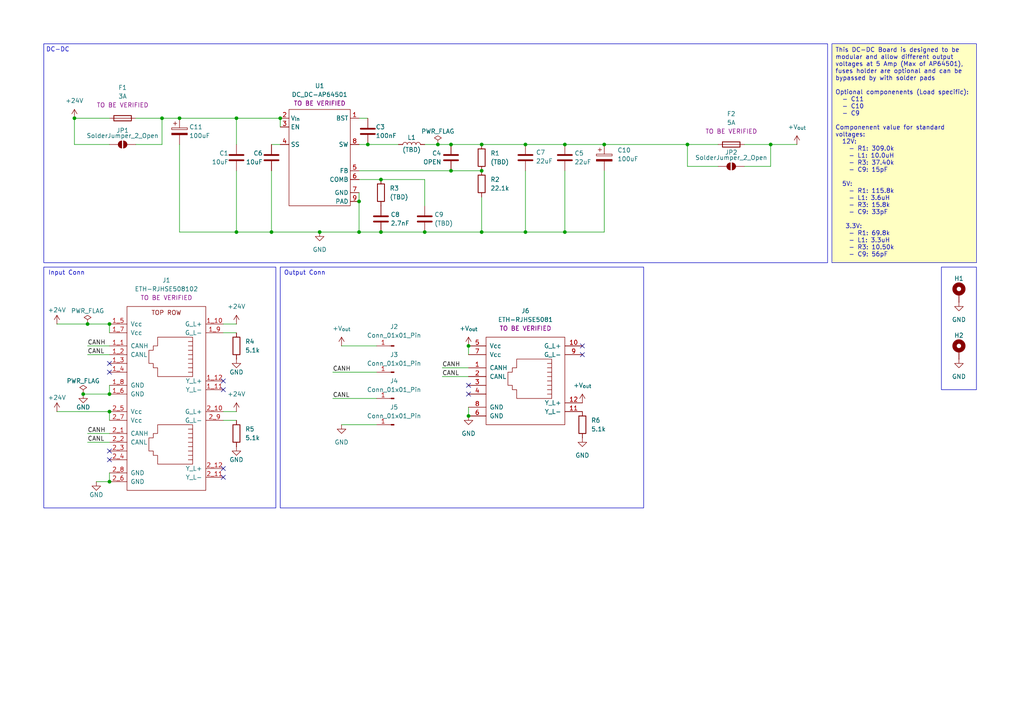
<source format=kicad_sch>
(kicad_sch (version 20231120) (generator "eeschema") (generator_version "8.0")
  (paper "A4")
  (lib_symbols
    (symbol "0_RoverLibrary:DC_DC-AP64501"
      (property "Reference" "U" (at 0 1.016 0))
      (property "Value" "DC_DC-AP64501" (at 0 -0.508 0))
      (property "STATUS" "TO BE VERIFIED" (at 0 -2.286 0))
      (symbol "DC_DC-AP64501_0_1"
        (rectangle (start -8.89 -3.81) (end 8.89 -31.75))
      )
      (symbol "DC_DC-AP64501_1_1"
        (pin passive line (at 11.43 -6.35 180) (length 2.54) (name "BST") (number "1"))
        (pin power_in line (at -11.43 -6.35 0) (length 2.54) (name "V_{in}") (number "2"))
        (pin input line (at -11.43 -8.89 0) (length 2.54) (name "EN") (number "3"))
        (pin passive line (at -11.43 -13.97 0) (length 2.54) (name "SS") (number "4"))
        (pin input line (at 11.43 -21.59 180) (length 2.54) (name "FB") (number "5"))
        (pin passive line (at 11.43 -24.13 180) (length 2.54) (name "COMB") (number "6"))
        (pin power_in line (at 11.43 -27.94 180) (length 2.54) (name "GND") (number "7"))
        (pin power_out line (at 11.43 -13.97 180) (length 2.54) (name "SW") (number "8"))
        (pin power_in line (at 11.43 -30.48 180) (length 2.54) (name "PAD") (number "9"))
      )
    )
    (symbol "0_RoverLibrary:ETH-RJHSE5081" (pin_names (offset 1.016))
      (property "Reference" "J" (at 0 9.144 0))
      (property "Value" "ETH-RJHSE5081" (at 0 6.858 0))
      (property "STATUS" "TO BE VERIFIED" (at 0.254 11.43 0))
      (symbol "ETH-RJHSE5081_0_1"
        (polyline (pts (xy 6.35 -3.81) (xy 7.62 -3.81)))
        (polyline (pts (xy 6.35 -2.54) (xy 7.62 -2.54)))
        (polyline (pts (xy 6.35 -5.08) (xy 7.62 -5.08) (xy 7.62 -5.08)))
        (polyline (pts (xy 7.62 -11.43) (xy 6.35 -11.43) (xy 6.35 -11.43)))
        (polyline (pts (xy 7.62 -10.16) (xy 6.35 -10.16) (xy 6.35 -10.16)))
        (polyline (pts (xy 7.62 -8.89) (xy 6.35 -8.89) (xy 6.35 -8.89)))
        (polyline (pts (xy 7.62 -7.62) (xy 6.35 -7.62) (xy 6.35 -7.62)))
        (polyline (pts (xy 7.62 -6.35) (xy 6.35 -6.35) (xy 6.35 -6.35)))
        (polyline (pts (xy 7.62 -12.7) (xy 7.62 -1.27) (xy -2.54 -1.27) (xy -2.54 -3.81) (xy -3.81 -3.81) (xy -3.81 -5.08) (xy -5.08 -5.08) (xy -5.08 -8.89) (xy -3.81 -8.89) (xy -3.81 -10.16) (xy -2.54 -10.16) (xy -2.54 -12.7) (xy 7.62 -12.7) (xy 7.62 -12.7)))
      )
      (symbol "ETH-RJHSE5081_1_1"
        (rectangle (start -11.43 5.08) (end 11.43 -20.32))
        (pin passive line (at -16.51 -3.81 0) (length 5.08) (name "CANH") (number "1"))
        (pin passive line (at 16.51 2.54 180) (length 5.08) (name "G_L+") (number "10"))
        (pin passive line (at 16.51 -16.51 180) (length 5.08) (name "Y_L-") (number "11"))
        (pin passive line (at 16.51 -13.97 180) (length 5.08) (name "Y_L+") (number "12"))
        (pin passive line (at -16.51 -6.35 0) (length 5.08) (name "CANL") (number "2"))
        (pin passive line (at -16.51 -8.89 0) (length 5.08) (name "~") (number "3"))
        (pin passive line (at -16.51 -11.43 0) (length 5.08) (name "~") (number "4"))
        (pin passive line (at -16.51 2.54 0) (length 5.08) (name "Vcc") (number "5"))
        (pin passive line (at -16.51 -17.78 0) (length 5.08) (name "GND") (number "6"))
        (pin passive line (at -16.51 0 0) (length 5.08) (name "Vcc") (number "7"))
        (pin passive line (at -16.51 -15.24 0) (length 5.08) (name "GND") (number "8"))
        (pin passive line (at 16.51 0 180) (length 5.08) (name "G_L-") (number "9"))
      )
    )
    (symbol "0_RoverLibrary:ETH-RJHSE508102" (pin_names (offset 1.016))
      (property "Reference" "J" (at 0 11.684 0))
      (property "Value" "ETH-RJHSE508102" (at 0 9.398 0))
      (property "STATUS" "TO BE VERIFIED" (at 0.254 13.97 0))
      (symbol "ETH-RJHSE508102_0_1"
        (polyline (pts (xy 6.35 -29.21) (xy 7.62 -29.21)))
        (polyline (pts (xy 6.35 -27.94) (xy 7.62 -27.94)))
        (polyline (pts (xy 6.35 -3.81) (xy 7.62 -3.81)))
        (polyline (pts (xy 6.35 -2.54) (xy 7.62 -2.54)))
        (polyline (pts (xy 6.35 -30.48) (xy 7.62 -30.48) (xy 7.62 -30.48)))
        (polyline (pts (xy 6.35 -5.08) (xy 7.62 -5.08) (xy 7.62 -5.08)))
        (polyline (pts (xy 7.62 -36.83) (xy 6.35 -36.83) (xy 6.35 -36.83)))
        (polyline (pts (xy 7.62 -35.56) (xy 6.35 -35.56) (xy 6.35 -35.56)))
        (polyline (pts (xy 7.62 -34.29) (xy 6.35 -34.29) (xy 6.35 -34.29)))
        (polyline (pts (xy 7.62 -33.02) (xy 6.35 -33.02) (xy 6.35 -33.02)))
        (polyline (pts (xy 7.62 -31.75) (xy 6.35 -31.75) (xy 6.35 -31.75)))
        (polyline (pts (xy 7.62 -11.43) (xy 6.35 -11.43) (xy 6.35 -11.43)))
        (polyline (pts (xy 7.62 -10.16) (xy 6.35 -10.16) (xy 6.35 -10.16)))
        (polyline (pts (xy 7.62 -8.89) (xy 6.35 -8.89) (xy 6.35 -8.89)))
        (polyline (pts (xy 7.62 -7.62) (xy 6.35 -7.62) (xy 6.35 -7.62)))
        (polyline (pts (xy 7.62 -6.35) (xy 6.35 -6.35) (xy 6.35 -6.35)))
        (polyline (pts (xy 7.62 -38.1) (xy 7.62 -26.67) (xy -2.54 -26.67) (xy -2.54 -29.21) (xy -3.81 -29.21) (xy -3.81 -30.48) (xy -5.08 -30.48) (xy -5.08 -34.29) (xy -3.81 -34.29) (xy -3.81 -35.56) (xy -2.54 -35.56) (xy -2.54 -38.1) (xy 7.62 -38.1) (xy 7.62 -38.1)))
        (polyline (pts (xy 7.62 -12.7) (xy 7.62 -1.27) (xy -2.54 -1.27) (xy -2.54 -3.81) (xy -3.81 -3.81) (xy -3.81 -5.08) (xy -5.08 -5.08) (xy -5.08 -8.89) (xy -3.81 -8.89) (xy -3.81 -10.16) (xy -2.54 -10.16) (xy -2.54 -12.7) (xy 7.62 -12.7) (xy 7.62 -12.7)))
      )
      (symbol "ETH-RJHSE508102_1_1"
        (rectangle (start -11.43 7.62) (end 11.43 -45.72))
        (text "TOP ROW" (at 0 5.842 0) (effects (font (size 1.27 1.27))))
        (pin passive line (at -16.51 -3.81 0) (length 5.08) (name "CANH") (number "1_1"))
        (pin passive line (at 16.51 2.54 180) (length 5.08) (name "G_L+") (number "1_10"))
        (pin passive line (at 16.51 -16.51 180) (length 5.08) (name "Y_L-") (number "1_11"))
        (pin passive line (at 16.51 -13.97 180) (length 5.08) (name "Y_L+") (number "1_12"))
        (pin passive line (at -16.51 -6.35 0) (length 5.08) (name "CANL") (number "1_2"))
        (pin passive line (at -16.51 -8.89 0) (length 5.08) (name "~") (number "1_3"))
        (pin passive line (at -16.51 -11.43 0) (length 5.08) (name "~") (number "1_4"))
        (pin passive line (at -16.51 2.54 0) (length 5.08) (name "Vcc") (number "1_5"))
        (pin passive line (at -16.51 -17.78 0) (length 5.08) (name "GND") (number "1_6"))
        (pin passive line (at -16.51 0 0) (length 5.08) (name "Vcc") (number "1_7"))
        (pin passive line (at -16.51 -15.24 0) (length 5.08) (name "GND") (number "1_8"))
        (pin passive line (at 16.51 0 180) (length 5.08) (name "G_L-") (number "1_9"))
        (pin passive line (at -16.51 -29.21 0) (length 5.08) (name "CANH") (number "2_1"))
        (pin passive line (at 16.51 -22.86 180) (length 5.08) (name "G_L+") (number "2_10"))
        (pin passive line (at 16.51 -41.91 180) (length 5.08) (name "Y_L-") (number "2_11"))
        (pin passive line (at 16.51 -39.37 180) (length 5.08) (name "Y_L+") (number "2_12"))
        (pin passive line (at -16.51 -31.75 0) (length 5.08) (name "CANL") (number "2_2"))
        (pin passive line (at -16.51 -34.29 0) (length 5.08) (name "~") (number "2_3"))
        (pin passive line (at -16.51 -36.83 0) (length 5.08) (name "~") (number "2_4"))
        (pin passive line (at -16.51 -22.86 0) (length 5.08) (name "Vcc") (number "2_5"))
        (pin passive line (at -16.51 -43.18 0) (length 5.08) (name "GND") (number "2_6"))
        (pin passive line (at -16.51 -25.4 0) (length 5.08) (name "Vcc") (number "2_7"))
        (pin passive line (at -16.51 -40.64 0) (length 5.08) (name "GND") (number "2_8"))
        (pin passive line (at 16.51 -25.4 180) (length 5.08) (name "G_L-") (number "2_9"))
      )
    )
    (symbol "0_RoverLibrary:FuseHolder-3588-20" (pin_numbers hide) (pin_names (offset 0))
      (property "Reference" "F" (at 2.032 0 90))
      (property "Value" "FuseHolder-3588-20" (at -1.905 0 90))
      (property "STATUS" "TO BE VERIFIED" (at -4.064 -0.254 90))
      (symbol "FuseHolder-3588-20_0_1"
        (rectangle (start -0.762 2.54) (end 0.762 -2.54) (stroke (width 0.254)))
        (polyline (pts (xy 0 2.54) (xy 0 -2.54)))
      )
      (symbol "FuseHolder-3588-20_1_1"
        (pin power_out line (at 0 3.81 270) (length 1.27) (name "~") (number "1"))
        (pin power_in line (at 0 -3.81 90) (length 1.27) (name "~") (number "2"))
      )
    )
    (symbol "0_RoverLibrary:MountingHole_Pad" (pin_numbers hide) (pin_names (offset 1.016) hide) (exclude_from_sim yes) (in_bom no)
      (property "Reference" "H" (at 0 6.35 0))
      (property "Value" "MountingHole_Pad" (at 0 4.445 0))
      (symbol "MountingHole_Pad_0_1"
        (circle (center 0 1.27) (radius 1.27) (stroke (width 1.27)))
      )
      (symbol "MountingHole_Pad_1_1"
        (pin input line (at 0 -2.54 90) (length 2.54) (name "1") (number "1"))
      )
    )
    (symbol "Connector:Conn_01x01_Pin" (pin_names (offset 1.016) hide)
      (property "Reference" "J" (at 0 2.54 0))
      (property "Value" "Conn_01x01_Pin" (at 0 -2.54 0))
      (symbol "Conn_01x01_Pin_1_1"
        (polyline (pts (xy 1.27 0) (xy 0.8636 0)) (stroke (width 0.1524)))
        (rectangle (start 0.8636 0.127) (end 0 -0.127) (stroke (width 0.1524)) (fill (type outline)))
        (pin passive line (at 5.08 0 180) (length 3.81) (name "Pin_1") (number "1"))
      )
    )
    (symbol "Device:C" (pin_numbers hide) (pin_names (offset 0.254))
      (property "Reference" "C" (at 0.635 2.54 0))
      (property "Value" "C" (at 0.635 -2.54 0))
      (symbol "C_0_1"
        (polyline (pts (xy -2.032 -0.762) (xy 2.032 -0.762)) (stroke (width 0.508)))
        (polyline (pts (xy -2.032 0.762) (xy 2.032 0.762)) (stroke (width 0.508)))
      )
      (symbol "C_1_1"
        (pin passive line (at 0 3.81 270) (length 2.794) (name "~") (number "1"))
        (pin passive line (at 0 -3.81 90) (length 2.794) (name "~") (number "2"))
      )
    )
    (symbol "Device:C_Polarized" (pin_numbers hide) (pin_names (offset 0.254))
      (property "Reference" "C" (at 0.635 2.54 0))
      (property "Value" "C_Polarized" (at 0.635 -2.54 0))
      (symbol "C_Polarized_0_1"
        (rectangle (start -2.286 0.508) (end 2.286 1.016))
        (polyline (pts (xy -1.778 2.286) (xy -0.762 2.286)))
        (polyline (pts (xy -1.27 2.794) (xy -1.27 1.778)))
        (rectangle (start 2.286 -0.508) (end -2.286 -1.016) (fill (type outline)))
      )
      (symbol "C_Polarized_1_1"
        (pin passive line (at 0 3.81 270) (length 2.794) (name "~") (number "1"))
        (pin passive line (at 0 -3.81 90) (length 2.794) (name "~") (number "2"))
      )
    )
    (symbol "Device:L" (pin_numbers hide) (pin_names (offset 1.016) hide)
      (property "Reference" "L" (at -1.27 0 90))
      (property "Value" "L" (at 1.905 0 90))
      (symbol "L_0_1"
        (arc (start 0 -2.54) (mid 0.6323 -1.905) (end 0 -1.27))
        (arc (start 0 -1.27) (mid 0.6323 -0.635) (end 0 0))
        (arc (start 0 0) (mid 0.6323 0.635) (end 0 1.27))
        (arc (start 0 1.27) (mid 0.6323 1.905) (end 0 2.54))
      )
      (symbol "L_1_1"
        (pin passive line (at 0 3.81 270) (length 1.27) (name "1") (number "1"))
        (pin passive line (at 0 -3.81 90) (length 1.27) (name "2") (number "2"))
      )
    )
    (symbol "Device:R" (pin_numbers hide) (pin_names (offset 0))
      (property "Reference" "R" (at 2.032 0 90))
      (property "Value" "R" (at 0 0 90))
      (symbol "R_0_1"
        (rectangle (start -1.016 -2.54) (end 1.016 2.54) (stroke (width 0.254)))
      )
      (symbol "R_1_1"
        (pin passive line (at 0 3.81 270) (length 1.27) (name "~") (number "1"))
        (pin passive line (at 0 -3.81 90) (length 1.27) (name "~") (number "2"))
      )
    )
    (symbol "Jumper:SolderJumper_2_Open" (pin_numbers hide) (pin_names (offset 0) hide) (exclude_from_sim yes) (in_bom no)
      (property "Reference" "JP" (at 0 2.032 0))
      (property "Value" "SolderJumper_2_Open" (at 0 -2.54 0))
      (symbol "SolderJumper_2_Open_0_1"
        (arc (start -0.254 1.016) (mid -1.2656 0) (end -0.254 -1.016))
        (arc (start -0.254 1.016) (mid -1.2656 0) (end -0.254 -1.016) (fill (type outline)))
        (polyline (pts (xy -0.254 1.016) (xy -0.254 -1.016)))
        (polyline (pts (xy 0.254 1.016) (xy 0.254 -1.016)))
        (arc (start 0.254 -1.016) (mid 1.2656 0) (end 0.254 1.016))
        (arc (start 0.254 -1.016) (mid 1.2656 0) (end 0.254 1.016) (fill (type outline)))
      )
      (symbol "SolderJumper_2_Open_1_1"
        (pin passive line (at -3.81 0 0) (length 2.54) (name "A") (number "1"))
        (pin passive line (at 3.81 0 180) (length 2.54) (name "B") (number "2"))
      )
    )
    (symbol "power:+24V" (power) (pin_numbers hide) (pin_names (offset 0) hide)
      (property "Value" "+24V" (at 0 3.556 0))
      (symbol "+24V_0_1"
        (polyline (pts (xy -0.762 1.27) (xy 0 2.54)))
        (polyline (pts (xy 0 0) (xy 0 2.54)))
        (polyline (pts (xy 0 2.54) (xy 0.762 1.27)))
      )
      (symbol "+24V_1_1"
        (pin power_in line (at 0 0 90) (length 0) (name "~") (number "1"))
      )
    )
    (symbol "power:+5V" (power) (pin_numbers hide) (pin_names (offset 0) hide)
      (property "Value" "+5V" (at 0 3.556 0))
      (symbol "+5V_0_1"
        (polyline (pts (xy -0.762 1.27) (xy 0 2.54)))
        (polyline (pts (xy 0 0) (xy 0 2.54)))
        (polyline (pts (xy 0 2.54) (xy 0.762 1.27)))
      )
      (symbol "+5V_1_1"
        (pin power_in line (at 0 0 90) (length 0) (name "~") (number "1"))
      )
    )
    (symbol "power:GND" (power) (pin_numbers hide) (pin_names (offset 0) hide)
      (property "Value" "GND" (at 0 -3.81 0))
      (symbol "GND_0_1"
        (polyline (pts (xy 0 0) (xy 0 -1.27) (xy 1.27 -1.27) (xy 0 -2.54) (xy -1.27 -1.27) (xy 0 -1.27)))
      )
      (symbol "GND_1_1"
        (pin power_in line (at 0 0 270) (length 0) (name "~") (number "1"))
      )
    )
    (symbol "power:PWR_FLAG" (power) (pin_numbers hide) (pin_names (offset 0) hide)
      (property "Value" "PWR_FLAG" (at 0 3.81 0))
      (symbol "PWR_FLAG_0_0"
        (pin power_out line (at 0 0 90) (length 0) (name "~") (number "1"))
      )
      (symbol "PWR_FLAG_0_1"
        (polyline (pts (xy 0 0) (xy 0 1.27) (xy -1.016 1.905) (xy 0 2.54) (xy 1.016 1.905) (xy 0 1.27)))
      )
    )
  )
  (junction (at 135.89 100.33))
  (junction (at 78.74 67.31))
  (junction (at 163.83 41.91))
  (junction (at 139.7 41.91))
  (junction (at 31.75 119.38))
  (junction (at 123.19 67.31))
  (junction (at 46.99 34.29))
  (junction (at 68.58 34.29))
  (junction (at 199.39 41.91))
  (junction (at 135.89 120.65))
  (junction (at 31.75 114.3))
  (junction (at 68.58 67.31))
  (junction (at 223.52 41.91))
  (junction (at 104.14 67.31))
  (junction (at 127 41.91))
  (junction (at 163.83 67.31))
  (junction (at 175.26 41.91))
  (junction (at 31.75 139.7))
  (junction (at 24.13 114.3))
  (junction (at 31.75 93.98))
  (junction (at 25.4 93.98))
  (junction (at 130.81 49.53))
  (junction (at 110.49 67.31))
  (junction (at 139.7 49.53))
  (junction (at 21.59 34.29))
  (junction (at 130.81 41.91))
  (junction (at 139.7 67.31))
  (junction (at 106.68 41.91))
  (junction (at 110.49 52.07))
  (junction (at 52.07 34.29))
  (junction (at 152.4 67.31))
  (junction (at 92.71 67.31))
  (junction (at 104.14 58.42))
  (junction (at 152.4 41.91))
  (junction (at 81.28 34.29))
  (no_connect (at 31.75 105.41))
  (no_connect (at 31.75 133.35))
  (no_connect (at 31.75 107.95))
  (no_connect (at 168.91 102.87))
  (no_connect (at 168.91 100.33))
  (no_connect (at 64.77 138.43))
  (no_connect (at 64.77 113.03))
  (no_connect (at 64.77 135.89))
  (no_connect (at 135.89 111.76))
  (no_connect (at 31.75 130.81))
  (no_connect (at 64.77 110.49))
  (no_connect (at 135.89 114.3))
  (wire (pts (xy 25.4 102.87) (xy 31.75 102.87)))
  (wire (pts (xy 123.19 67.31) (xy 110.49 67.31)))
  (wire (pts (xy 96.52 115.57) (xy 109.22 115.57)))
  (wire (pts (xy 31.75 111.76) (xy 31.75 114.3)))
  (wire (pts (xy 223.52 48.26) (xy 223.52 41.91)))
  (wire (pts (xy 130.81 41.91) (xy 139.7 41.91)))
  (wire (pts (xy 78.74 41.91) (xy 81.28 41.91)))
  (wire (pts (xy 78.74 67.31) (xy 78.74 49.53)))
  (wire (pts (xy 175.26 49.53) (xy 175.26 67.31)))
  (wire (pts (xy 215.9 48.26) (xy 223.52 48.26)))
  (wire (pts (xy 16.51 119.38) (xy 31.75 119.38)))
  (wire (pts (xy 21.59 34.29) (xy 31.75 34.29)))
  (wire (pts (xy 68.58 119.38) (xy 64.77 119.38)))
  (wire (pts (xy 25.4 125.73) (xy 31.75 125.73)))
  (wire (pts (xy 39.37 41.91) (xy 46.99 41.91)))
  (wire (pts (xy 46.99 34.29) (xy 52.07 34.29)))
  (wire (pts (xy 223.52 41.91) (xy 231.14 41.91)))
  (wire (pts (xy 92.71 67.31) (xy 104.14 67.31)))
  (wire (pts (xy 199.39 41.91) (xy 208.28 41.91)))
  (wire (pts (xy 68.58 93.98) (xy 64.77 93.98)))
  (wire (pts (xy 25.4 100.33) (xy 31.75 100.33)))
  (wire (pts (xy 99.06 100.33) (xy 109.22 100.33)))
  (wire (pts (xy 21.59 41.91) (xy 21.59 34.29)))
  (wire (pts (xy 139.7 41.91) (xy 152.4 41.91)))
  (wire (pts (xy 24.13 114.3) (xy 31.75 114.3)))
  (wire (pts (xy 104.14 55.88) (xy 104.14 58.42)))
  (wire (pts (xy 127 41.91) (xy 123.19 41.91)))
  (wire (pts (xy 27.94 139.7) (xy 31.75 139.7)))
  (wire (pts (xy 123.19 59.69) (xy 123.19 52.07)))
  (wire (pts (xy 81.28 34.29) (xy 81.28 36.83)))
  (wire (pts (xy 152.4 67.31) (xy 139.7 67.31)))
  (wire (pts (xy 123.19 52.07) (xy 110.49 52.07)))
  (wire (pts (xy 25.4 93.98) (xy 31.75 93.98)))
  (wire (pts (xy 175.26 41.91) (xy 199.39 41.91)))
  (wire (pts (xy 68.58 41.91) (xy 68.58 34.29)))
  (wire (pts (xy 16.51 93.98) (xy 25.4 93.98)))
  (wire (pts (xy 52.07 67.31) (xy 68.58 67.31)))
  (wire (pts (xy 130.81 41.91) (xy 127 41.91)))
  (wire (pts (xy 104.14 67.31) (xy 110.49 67.31)))
  (wire (pts (xy 128.27 109.22) (xy 135.89 109.22)))
  (wire (pts (xy 163.83 41.91) (xy 175.26 41.91)))
  (wire (pts (xy 163.83 67.31) (xy 163.83 49.53)))
  (wire (pts (xy 78.74 67.31) (xy 92.71 67.31)))
  (wire (pts (xy 135.89 100.33) (xy 135.89 102.87)))
  (wire (pts (xy 135.89 118.11) (xy 135.89 120.65)))
  (wire (pts (xy 68.58 96.52) (xy 64.77 96.52)))
  (wire (pts (xy 104.14 34.29) (xy 106.68 34.29)))
  (wire (pts (xy 99.06 123.19) (xy 109.22 123.19)))
  (wire (pts (xy 31.75 137.16) (xy 31.75 139.7)))
  (wire (pts (xy 152.4 67.31) (xy 163.83 67.31)))
  (wire (pts (xy 215.9 41.91) (xy 223.52 41.91)))
  (wire (pts (xy 31.75 93.98) (xy 31.75 96.52)))
  (wire (pts (xy 104.14 41.91) (xy 106.68 41.91)))
  (wire (pts (xy 31.75 119.38) (xy 31.75 121.92)))
  (wire (pts (xy 52.07 41.91) (xy 52.07 67.31)))
  (wire (pts (xy 104.14 58.42) (xy 104.14 67.31)))
  (wire (pts (xy 208.28 48.26) (xy 199.39 48.26)))
  (wire (pts (xy 96.52 107.95) (xy 109.22 107.95)))
  (wire (pts (xy 68.58 34.29) (xy 81.28 34.29)))
  (wire (pts (xy 139.7 57.15) (xy 139.7 67.31)))
  (wire (pts (xy 106.68 41.91) (xy 115.57 41.91)))
  (wire (pts (xy 152.4 41.91) (xy 163.83 41.91)))
  (wire (pts (xy 163.83 67.31) (xy 175.26 67.31)))
  (wire (pts (xy 130.81 49.53) (xy 139.7 49.53)))
  (wire (pts (xy 139.7 67.31) (xy 123.19 67.31)))
  (wire (pts (xy 46.99 41.91) (xy 46.99 34.29)))
  (wire (pts (xy 25.4 128.27) (xy 31.75 128.27)))
  (wire (pts (xy 31.75 41.91) (xy 21.59 41.91)))
  (wire (pts (xy 199.39 48.26) (xy 199.39 41.91)))
  (wire (pts (xy 39.37 34.29) (xy 46.99 34.29)))
  (wire (pts (xy 68.58 49.53) (xy 68.58 67.31)))
  (wire (pts (xy 152.4 49.53) (xy 152.4 67.31)))
  (wire (pts (xy 128.27 106.68) (xy 135.89 106.68)))
  (wire (pts (xy 52.07 34.29) (xy 68.58 34.29)))
  (wire (pts (xy 104.14 49.53) (xy 130.81 49.53)))
  (wire (pts (xy 104.14 52.07) (xy 110.49 52.07)))
  (wire (pts (xy 68.58 121.92) (xy 64.77 121.92)))
  (wire (pts (xy 68.58 67.31) (xy 78.74 67.31)))
  (rectangle (start 12.7 77.47) (end 80.01 147.32))
  (rectangle (start 12.7 12.7) (end 240.03 76.2))
  (rectangle (start 81.28 77.47) (end 186.69 147.32))
  (rectangle (start 273.05 77.47) (end 283.21 113.03))
  (text_box "This DC-DC Board is designed to be modular and allow different output voltages at 5 Amp (Max of AP64501), fuses holder are optional and can be bypassed by with solder pads\n\nOptional componenents (Load specific):\n  - C11\n  - C10\n  - C9\n\nComponenent value for standard voltages:\n  12V:\n    - R1: 309.0k\n    - L1: 10.0uH\n    - R3: 37.40k\n    - C9: 15pF\n\n  5V:\n    - R1: 115.8k\n    - L1: 3.6uH\n    - R3: 15.8k\n    - C9: 33pF\n\n   3.3V:\n    - R1: 69.8k\n    - L1: 3.3uH\n    - R3: 10.50k\n    - C9: 56pF" (at 241.3 12.7 0) (size 41.91 63.5) (fill (type color) (color 255 255 194 1)) (effects (font (size 1.27 1.27)) (justify left top)))
  (text "Input Conn" (at 19.304 79.248 0) (effects (font (size 1.27 1.27))))
  (text "DC-DC" (at 16.764 14.478 0) (effects (font (size 1.27 1.27))))
  (text "Output Conn" (at 88.392 79.248 0) (effects (font (size 1.27 1.27))))
  (label "CANH" (at 96.52 107.95 0))
  (label "CANH" (at 25.4 100.33 0))
  (label "CANL" (at 25.4 102.87 0))
  (label "CANH" (at 128.27 106.68 0))
  (label "CANL" (at 128.27 109.22 0))
  (label "CANH" (at 25.4 125.73 0))
  (label "CANL" (at 25.4 128.27 0))
  (label "CANL" (at 96.52 115.57 0))
  (symbol (lib_id "Device:C") (at 123.19 63.5 180) (unit 1)
    (property "Reference" "C9" (at 125.984 62.23 0) (effects (justify right)))
    (property "Value" "(TBD)" (at 125.984 64.77 0) (effects (justify right)))
    (property "Footprint" "Capacitor_SMD:C_0805_2012Metric_Pad1.18x1.45mm_HandSolder" (effects (hide yes)))
    (property "Datasheet" "C9" (effects (hide yes)))
    (property "Description" "Unpolarized capacitor" (effects (hide yes)))
  )
  (symbol (lib_id "power:+24V") (at 68.58 119.38 0) (unit 1)
    (property "Reference" "#PWR015" (effects (hide yes)))
    (property "Value" "+24V" (at 68.58 114.3 0))
    (property "Description" "Power symbol creates a global label with name \"+24V\"" (effects (hide yes)))
  )
  (symbol (lib_id "Device:R") (at 68.58 125.73 180) (unit 1)
    (property "Reference" "R5" (at 71.12 124.4599 0) (effects (justify right)))
    (property "Value" "5.1k" (at 71.12 126.9999 0) (effects (justify right)))
    (property "Footprint" "Resistor_SMD:R_0805_2012Metric_Pad1.20x1.40mm_HandSolder" (effects (hide yes)))
    (property "Description" "Resistor" (effects (hide yes)))
  )
  (symbol (lib_id "power:GND") (at 27.94 139.7 0) (unit 1)
    (property "Reference" "#PWR012" (effects (hide yes)))
    (property "Value" "GND" (at 27.94 143.51 0))
    (property "Description" "Power symbol creates a global label with name \"GND\" , ground" (effects (hide yes)))
  )
  (symbol (lib_id "power:GND") (at 168.91 127 0) (unit 1)
    (property "Reference" "#PWR04" (effects (hide yes)))
    (property "Value" "GND" (at 168.91 132.08 0))
    (property "Description" "Power symbol creates a global label with name \"GND\" , ground" (effects (hide yes)))
  )
  (symbol (lib_id "Device:R") (at 110.49 55.88 0) (unit 1)
    (property "Reference" "R3" (at 113.03 54.6099 0) (effects (justify left)))
    (property "Value" "(TBD)" (at 113.03 57.1499 0) (effects (justify left)))
    (property "Footprint" "Resistor_SMD:R_0805_2012Metric" (effects (hide yes)))
    (property "Datasheet" "R3" (effects (hide yes)))
    (property "Description" "Resistor" (effects (hide yes)))
  )
  (symbol (lib_id "power:+24V") (at 21.59 34.29 0) (unit 1)
    (property "Reference" "#PWR01" (effects (hide yes)))
    (property "Value" "+24V" (at 21.59 29.21 0))
    (property "Description" "Power symbol creates a global label with name \"+24V\"" (effects (hide yes)))
  )
  (symbol (lib_id "Device:C") (at 110.49 63.5 180) (unit 1)
    (property "Reference" "C8" (at 113.284 62.23 0) (effects (justify right)))
    (property "Value" "2.7nF" (at 113.284 64.77 0) (effects (justify right)))
    (property "Footprint" "Capacitor_SMD:C_0805_2012Metric_Pad1.18x1.45mm_HandSolder" (effects (hide yes)))
    (property "Description" "Unpolarized capacitor" (effects (hide yes)))
  )
  (symbol (lib_id "0_RoverLibrary:FuseHolder-3588-20") (at 212.09 41.91 270) (mirror x) (unit 1)
    (property "Reference" "F2" (at 212.09 33.02 90))
    (property "Value" "5A" (at 212.09 35.56 90))
    (property "Footprint" "RoverFootprint:FuseHolder-3588-20" (effects (hide yes)))
    (property "Description" "FuseHolder SMD 20A Max" (effects (hide yes)))
    (property "STATUS" "TO BE VERIFIED" (at 212.09 38.1 90))
  )
  (symbol (lib_id "Device:R") (at 168.91 123.19 0) (unit 1)
    (property "Reference" "R6" (at 171.45 121.9199 0) (effects (justify left)))
    (property "Value" "5.1k" (at 171.45 124.4599 0) (effects (justify left)))
    (property "Footprint" "Resistor_SMD:R_0805_2012Metric_Pad1.20x1.40mm_HandSolder" (effects (hide yes)))
    (property "Description" "Resistor" (effects (hide yes)))
  )
  (symbol (lib_id "Connector:Conn_01x01_Pin") (at 114.3 115.57 0) (mirror y) (unit 1) (in_bom no)
    (property "Reference" "J4" (at 114.3 110.49 0))
    (property "Value" "Conn_01x01_Pin" (at 114.3 113.03 0))
    (property "Footprint" "RoverFootprint:Pad_SMD_1x3mm" (effects (hide yes)))
    (property "Description" "Generic connector, single row, 01x01, script generated" (effects (hide yes)))
  )
  (symbol (lib_id "Device:C") (at 152.4 45.72 180) (unit 1)
    (property "Reference" "C7" (at 155.448 44.196 0) (effects (justify right)))
    (property "Value" "22uF" (at 155.448 46.736 0) (effects (justify right)))
    (property "Footprint" "Capacitor_SMD:C_1210_3225Metric_Pad1.33x2.70mm_HandSolder" (effects (hide yes)))
    (property "Description" "Unpolarized capacitor" (effects (hide yes)))
  )
  (symbol (lib_id "power:+5V") (at 231.14 41.91 0) (unit 1)
    (property "Reference" "#PWR08" (effects (hide yes)))
    (property "Value" "+V_{out}" (at 231.14 36.83 0))
    (property "Description" "Power symbol creates a global label with name \"+5V\"" (effects (hide yes)))
  )
  (symbol (lib_id "power:PWR_FLAG") (at 127 41.91 0) (unit 1)
    (property "Reference" "#FLG03" (effects (hide yes)))
    (property "Value" "PWR_FLAG" (at 127 38.1 0))
    (property "Description" "Special symbol for telling ERC where power comes from" (effects (hide yes)))
  )
  (symbol (lib_id "Device:R") (at 68.58 100.33 180) (unit 1)
    (property "Reference" "R4" (at 71.12 99.0599 0) (effects (justify right)))
    (property "Value" "5.1k" (at 71.12 101.5999 0) (effects (justify right)))
    (property "Footprint" "Resistor_SMD:R_0805_2012Metric_Pad1.20x1.40mm_HandSolder" (effects (hide yes)))
    (property "Description" "Resistor" (effects (hide yes)))
  )
  (symbol (lib_id "Device:R") (at 139.7 45.72 0) (unit 1)
    (property "Reference" "R1" (at 142.24 44.4499 0) (effects (justify left)))
    (property "Value" "(TBD)" (at 142.24 46.9899 0) (effects (justify left)))
    (property "Footprint" "Resistor_SMD:R_0805_2012Metric" (effects (hide yes)))
    (property "Datasheet" "R1" (effects (hide yes)))
    (property "Description" "Resistor" (effects (hide yes)))
  )
  (symbol (lib_id "Device:C") (at 68.58 45.72 0) (mirror x) (unit 1)
    (property "Reference" "C1" (at 66.294 44.45 0) (effects (justify right)))
    (property "Value" "10uF" (at 66.294 46.99 0) (effects (justify right)))
    (property "Footprint" "Capacitor_SMD:C_1210_3225Metric_Pad1.33x2.70mm_HandSolder" (effects (hide yes)))
    (property "Description" "Unpolarized capacitor" (effects (hide yes)))
  )
  (symbol (lib_id "power:GND") (at 92.71 67.31 0) (unit 1)
    (property "Reference" "#PWR06" (effects (hide yes)))
    (property "Value" "GND" (at 92.71 72.39 0))
    (property "Description" "Power symbol creates a global label with name \"GND\" , ground" (effects (hide yes)))
  )
  (symbol (lib_id "0_RoverLibrary:DC_DC-AP64501") (at 92.71 27.94 0) (unit 1)
    (property "Reference" "U1" (at 92.71 24.892 0))
    (property "Value" "DC_DC-AP64501" (at 92.71 27.432 0))
    (property "Footprint" "Package_SO:SOIC-8-1EP_3.9x4.9mm_P1.27mm_EP2.29x3mm" (effects (hide yes)))
    (property "Datasheet" "https://www.diodes.com/assets/Datasheets/AP64501.pdf" (effects (hide yes)))
    (property "Description" "DC-DC 3.8V-40V 5A | Adj" (effects (hide yes)))
    (property "STATUS" "TO BE VERIFIED" (at 92.71 29.972 0))
    (property "Digikey" "https://www.digikey.ca/en/products/detail/diodes-incorporated/AP64501SP-13/10419715" (effects (hide yes)))
  )
  (symbol (lib_id "Device:C") (at 106.68 38.1 180) (unit 1)
    (property "Reference" "C3" (at 108.966 36.83 0) (effects (justify right)))
    (property "Value" "100nF" (at 108.966 39.37 0) (effects (justify right)))
    (property "Footprint" "Capacitor_SMD:C_0805_2012Metric_Pad1.18x1.45mm_HandSolder" (effects (hide yes)))
    (property "Description" "Unpolarized capacitor" (effects (hide yes)))
  )
  (symbol (lib_id "power:GND") (at 24.13 114.3 0) (unit 1)
    (property "Reference" "#PWR010" (effects (hide yes)))
    (property "Value" "GND" (at 24.13 118.11 0))
    (property "Description" "Power symbol creates a global label with name \"GND\" , ground" (effects (hide yes)))
  )
  (symbol (lib_id "power:+5V") (at 135.89 100.33 0) (unit 1)
    (property "Reference" "#PWR05" (effects (hide yes)))
    (property "Value" "+V_{out}" (at 135.89 95.25 0))
    (property "Description" "Power symbol creates a global label with name \"+5V\"" (effects (hide yes)))
  )
  (symbol (lib_id "0_RoverLibrary:FuseHolder-3588-20") (at 35.56 34.29 270) (mirror x) (unit 1)
    (property "Reference" "F1" (at 35.56 25.4 90))
    (property "Value" "3A" (at 35.56 27.94 90))
    (property "Footprint" "RoverFootprint:FuseHolder-3588-20" (effects (hide yes)))
    (property "Description" "FuseHolder SMD 20A Max" (effects (hide yes)))
    (property "STATUS" "TO BE VERIFIED" (at 35.56 30.48 90))
  )
  (symbol (lib_id "power:GND") (at 68.58 129.54 0) (unit 1)
    (property "Reference" "#PWR016" (effects (hide yes)))
    (property "Value" "GND" (at 68.58 133.35 0))
    (property "Description" "Power symbol creates a global label with name \"GND\" , ground" (effects (hide yes)))
  )
  (symbol (lib_id "Device:C") (at 163.83 45.72 180) (unit 1)
    (property "Reference" "C5" (at 166.624 44.45 0) (effects (justify right)))
    (property "Value" "22uF" (at 166.624 46.99 0) (effects (justify right)))
    (property "Footprint" "Capacitor_SMD:C_1210_3225Metric_Pad1.33x2.70mm_HandSolder" (effects (hide yes)))
    (property "Description" "Unpolarized capacitor" (effects (hide yes)))
  )
  (symbol (lib_id "power:+24V") (at 16.51 119.38 0) (unit 1)
    (property "Reference" "#PWR011" (effects (hide yes)))
    (property "Value" "+24V" (at 16.51 115.316 0))
    (property "Description" "Power symbol creates a global label with name \"+24V\"" (effects (hide yes)))
  )
  (symbol (lib_id "Connector:Conn_01x01_Pin") (at 114.3 107.95 0) (mirror y) (unit 1) (in_bom no)
    (property "Reference" "J3" (at 114.3 102.87 0))
    (property "Value" "Conn_01x01_Pin" (at 114.3 105.41 0))
    (property "Footprint" "RoverFootprint:Pad_SMD_1x3mm" (effects (hide yes)))
    (property "Description" "Generic connector, single row, 01x01, script generated" (effects (hide yes)))
  )
  (symbol (lib_id "power:GND") (at 135.89 120.65 0) (unit 1)
    (property "Reference" "#PWR03" (effects (hide yes)))
    (property "Value" "GND" (at 135.89 125.73 0))
    (property "Description" "Power symbol creates a global label with name \"GND\" , ground" (effects (hide yes)))
  )
  (symbol (lib_id "power:+5V") (at 99.06 100.33 0) (unit 1)
    (property "Reference" "#PWR07" (effects (hide yes)))
    (property "Value" "+V_{out}" (at 99.06 95.25 0))
    (property "Description" "Power symbol creates a global label with name \"+5V\"" (effects (hide yes)))
  )
  (symbol (lib_id "Device:C_Polarized") (at 52.07 38.1 0) (unit 1)
    (property "Reference" "C11" (at 54.864 36.83 0) (effects (justify left)))
    (property "Value" "100uF" (at 54.864 39.37 0) (effects (justify left)))
    (property "Footprint" "Capacitor_SMD:CP_Elec_6.3x7.7" (effects (hide yes)))
    (property "Description" "Polarized capacitor" (effects (hide yes)))
  )
  (symbol (lib_id "Device:C") (at 130.81 45.72 0) (mirror x) (unit 1)
    (property "Reference" "C4" (at 128.016 44.45 0) (effects (justify right)))
    (property "Value" "OPEN" (at 128.016 46.99 0) (effects (justify right)))
    (property "Footprint" "Capacitor_SMD:C_0805_2012Metric_Pad1.18x1.45mm_HandSolder" (effects (hide yes)))
    (property "Description" "Unpolarized capacitor" (effects (hide yes)))
  )
  (symbol (lib_id "Jumper:SolderJumper_2_Open") (at 212.09 48.26 0) (unit 1) (exclude_from_sim yes) (in_bom no)
    (property "Reference" "JP2" (at 212.09 44.196 0))
    (property "Value" "SolderJumper_2_Open" (at 212.09 45.72 0))
    (property "Footprint" "Jumper:SolderJumper-2_P1.3mm_Open_TrianglePad1.0x1.5mm" (effects (hide yes)))
    (property "Description" "Solder Jumper, 2-pole, open" (effects (hide yes)))
  )
  (symbol (lib_id "Device:C") (at 78.74 45.72 0) (mirror x) (unit 1)
    (property "Reference" "C6" (at 76.2 44.45 0) (effects (justify right)))
    (property "Value" "10uF" (at 76.2 46.99 0) (effects (justify right)))
    (property "Footprint" "Capacitor_SMD:C_1210_3225Metric_Pad1.33x2.70mm_HandSolder" (effects (hide yes)))
    (property "Description" "Unpolarized capacitor" (effects (hide yes)))
  )
  (symbol (lib_id "power:GND") (at 99.06 123.19 0) (unit 1)
    (property "Reference" "#PWR018" (effects (hide yes)))
    (property "Value" "GND" (at 99.06 128.27 0))
    (property "Description" "Power symbol creates a global label with name \"GND\" , ground" (effects (hide yes)))
  )
  (symbol (lib_id "0_RoverLibrary:MountingHole_Pad") (at 278.13 101.6 0) (unit 1) (exclude_from_sim yes) (in_bom no)
    (property "Reference" "H2" (at 278.13 97.282 0))
    (property "Value" "MountingHole_Pad" (effects (hide yes)))
    (property "Footprint" "MountingHole:MountingHole_3.2mm_M3_DIN965_Pad_TopBottom" (effects (hide yes)))
    (property "Description" "Mounting Hole with connection" (effects (hide yes)))
  )
  (symbol (lib_id "Connector:Conn_01x01_Pin") (at 114.3 123.19 0) (mirror y) (unit 1) (in_bom no)
    (property "Reference" "J5" (at 114.3 118.11 0))
    (property "Value" "Conn_01x01_Pin" (at 114.3 120.65 0))
    (property "Footprint" "RoverFootprint:Pad_SMD_1x3mm" (effects (hide yes)))
    (property "Description" "Generic connector, single row, 01x01, script generated" (effects (hide yes)))
  )
  (symbol (lib_id "0_RoverLibrary:MountingHole_Pad") (at 278.13 85.09 0) (unit 1) (exclude_from_sim yes) (in_bom no)
    (property "Reference" "H1" (at 278.13 80.772 0))
    (property "Value" "MountingHole_Pad" (effects (hide yes)))
    (property "Footprint" "MountingHole:MountingHole_3.2mm_M3_DIN965_Pad_TopBottom" (effects (hide yes)))
    (property "Description" "Mounting Hole with connection" (effects (hide yes)))
  )
  (symbol (lib_id "0_RoverLibrary:ETH-RJHSE508102") (at 48.26 96.52 0) (unit 1)
    (property "Reference" "J1" (at 48.26 81.28 0))
    (property "Value" "ETH-RJHSE508102" (at 48.26 83.82 0))
    (property "Footprint" "RoverFootprint:ETH-RJHSE508102" (effects (hide yes)))
    (property "Description" "RJ connector, 8P8C (8 positions 8 connected), RJ31/RJ32/RJ33/RJ34/RJ35/RJ41/RJ45/RJ49/RJ61" (effects (hide yes)))
    (property "STATUS" "TO BE VERIFIED" (at 48.26 86.36 0))
  )
  (symbol (lib_id "power:PWR_FLAG") (at 25.4 93.98 0) (unit 1)
    (property "Reference" "#FLG01" (effects (hide yes)))
    (property "Value" "PWR_FLAG" (at 25.4 90.17 0))
    (property "Description" "Special symbol for telling ERC where power comes from" (effects (hide yes)))
  )
  (symbol (lib_id "power:+24V") (at 68.58 93.98 0) (unit 1)
    (property "Reference" "#PWR013" (effects (hide yes)))
    (property "Value" "+24V" (at 68.58 88.9 0))
    (property "Description" "Power symbol creates a global label with name \"+24V\"" (effects (hide yes)))
  )
  (symbol (lib_id "power:PWR_FLAG") (at 24.13 114.3 0) (unit 1)
    (property "Reference" "#FLG02" (effects (hide yes)))
    (property "Value" "PWR_FLAG" (at 24.13 110.49 0))
    (property "Description" "Special symbol for telling ERC where power comes from" (effects (hide yes)))
  )
  (symbol (lib_id "Device:C_Polarized") (at 175.26 45.72 0) (unit 1)
    (property "Reference" "C10" (at 179.07 43.5609 0) (effects (justify left)))
    (property "Value" "100uF" (at 179.07 46.1009 0) (effects (justify left)))
    (property "Footprint" "Capacitor_SMD:CP_Elec_6.3x7.7" (effects (hide yes)))
    (property "Description" "Polarized capacitor" (effects (hide yes)))
  )
  (symbol (lib_id "power:GND") (at 278.13 104.14 0) (unit 1)
    (property "Reference" "#PWR019" (effects (hide yes)))
    (property "Value" "GND" (at 278.13 109.22 0))
    (property "Description" "Power symbol creates a global label with name \"GND\" , ground" (effects (hide yes)))
  )
  (symbol (lib_id "Jumper:SolderJumper_2_Open") (at 35.56 41.91 0) (unit 1) (exclude_from_sim yes) (in_bom no)
    (property "Reference" "JP1" (at 35.56 37.846 0))
    (property "Value" "SolderJumper_2_Open" (at 35.56 39.37 0))
    (property "Footprint" "Jumper:SolderJumper-2_P1.3mm_Open_TrianglePad1.0x1.5mm" (effects (hide yes)))
    (property "Description" "Solder Jumper, 2-pole, open" (effects (hide yes)))
  )
  (symbol (lib_id "power:+5V") (at 168.91 116.84 0) (unit 1)
    (property "Reference" "#PWR02" (effects (hide yes)))
    (property "Value" "+V_{out}" (at 168.91 111.76 0))
    (property "Description" "Power symbol creates a global label with name \"+5V\"" (effects (hide yes)))
  )
  (symbol (lib_id "Device:R") (at 139.7 53.34 0) (unit 1)
    (property "Reference" "R2" (at 142.24 52.0699 0) (effects (justify left)))
    (property "Value" "22.1k" (at 142.24 54.6099 0) (effects (justify left)))
    (property "Footprint" "Resistor_SMD:R_0805_2012Metric" (effects (hide yes)))
    (property "Description" "Resistor" (effects (hide yes)))
  )
  (symbol (lib_id "0_RoverLibrary:ETH-RJHSE5081") (at 152.4 102.87 0) (unit 1)
    (property "Reference" "J6" (at 152.4 90.17 0))
    (property "Value" "ETH-RJHSE5081" (at 152.4 92.71 0))
    (property "Footprint" "RoverFootprint:ETH-RJHSE5081" (effects (hide yes)))
    (property "Description" "RJ connector, 8P8C (8 positions 8 connected), RJ31/RJ32/RJ33/RJ34/RJ35/RJ41/RJ45/RJ49/RJ61" (effects (hide yes)))
    (property "STATUS" "TO BE VERIFIED" (at 152.4 95.25 0))
  )
  (symbol (lib_id "power:GND") (at 278.13 87.63 0) (unit 1)
    (property "Reference" "#PWR017" (effects (hide yes)))
    (property "Value" "GND" (at 278.13 92.71 0))
    (property "Description" "Power symbol creates a global label with name \"GND\" , ground" (effects (hide yes)))
  )
  (symbol (lib_id "power:+24V") (at 16.51 93.98 0) (unit 1)
    (property "Reference" "#PWR09" (effects (hide yes)))
    (property "Value" "+24V" (at 16.51 89.916 0))
    (property "Description" "Power symbol creates a global label with name \"+24V\"" (effects (hide yes)))
  )
  (symbol (lib_id "Connector:Conn_01x01_Pin") (at 114.3 100.33 0) (mirror y) (unit 1) (in_bom no)
    (property "Reference" "J2" (at 114.3 94.742 0))
    (property "Value" "Conn_01x01_Pin" (at 114.3 97.282 0))
    (property "Footprint" "RoverFootprint:Pad_SMD_1x3mm" (effects (hide yes)))
    (property "Description" "Generic connector, single row, 01x01, script generated" (effects (hide yes)))
  )
  (symbol (lib_id "Device:L") (at 119.38 41.91 90) (unit 1)
    (property "Reference" "L1" (at 119.38 39.878 90))
    (property "Value" "(TBD)" (at 119.38 43.434 90))
    (property "Footprint" "Inductor_SMD:L_SXN_SMDRI125" (effects (hide yes)))
    (property "Datasheet" "L1" (effects (hide yes)))
    (property "Description" "Inductor" (effects (hide yes)))
  )
  (symbol (lib_id "power:GND") (at 68.58 104.14 0) (unit 1)
    (property "Reference" "#PWR014" (effects (hide yes)))
    (property "Value" "GND" (at 68.58 107.95 0))
    (property "Description" "Power symbol creates a global label with name \"GND\" , ground" (effects (hide yes)))
  )
)
</source>
